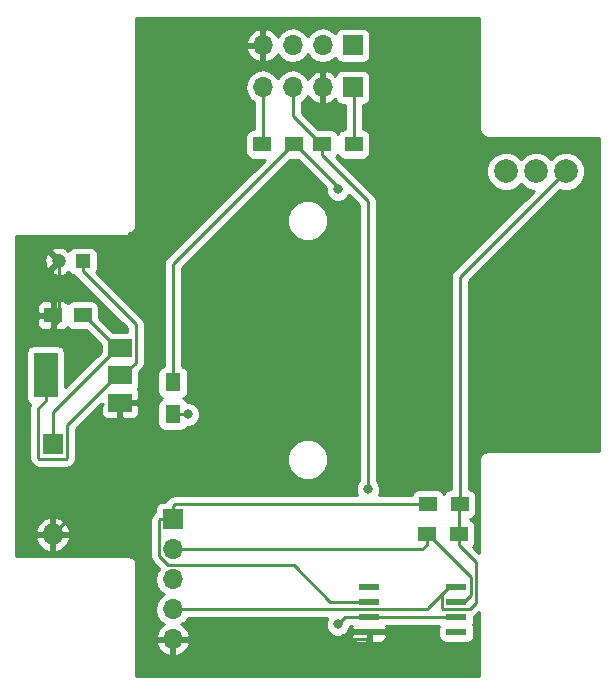
<source format=gbr>
G04 #@! TF.GenerationSoftware,KiCad,Pcbnew,(2018-01-18 revision 959767c09)-makepkg*
G04 #@! TF.CreationDate,2018-01-30T22:09:32+01:00*
G04 #@! TF.ProjectId,SensorPCB_V1.1,53656E736F725043425F56312E312E6B,rev?*
G04 #@! TF.SameCoordinates,Original*
G04 #@! TF.FileFunction,Copper,L1,Top,Signal*
G04 #@! TF.FilePolarity,Positive*
%FSLAX46Y46*%
G04 Gerber Fmt 4.6, Leading zero omitted, Abs format (unit mm)*
G04 Created by KiCad (PCBNEW (2018-01-18 revision 959767c09)-makepkg) date 01/30/18 22:09:32*
%MOMM*%
%LPD*%
G01*
G04 APERTURE LIST*
%ADD10R,1.700000X1.700000*%
%ADD11O,1.700000X1.700000*%
%ADD12C,1.998980*%
%ADD13O,1.800000X1.800000*%
%ADD14R,1.800000X1.800000*%
%ADD15R,1.500000X1.250000*%
%ADD16C,1.200000*%
%ADD17R,1.200000X1.200000*%
%ADD18R,1.750000X0.550000*%
%ADD19R,1.500000X1.300000*%
%ADD20R,1.300000X1.500000*%
%ADD21R,2.000000X1.500000*%
%ADD22R,2.000000X3.800000*%
%ADD23C,0.800000*%
%ADD24C,0.250000*%
%ADD25C,0.254000*%
G04 APERTURE END LIST*
D10*
X41910000Y-19304000D03*
D11*
X39370000Y-19304000D03*
X36830000Y-19304000D03*
X34290000Y-19304000D03*
X34290000Y-15748000D03*
X36830000Y-15748000D03*
X39370000Y-15748000D03*
D10*
X41910000Y-15748000D03*
D12*
X57404000Y-26416000D03*
X54864000Y-26416000D03*
X59944000Y-26416000D03*
D13*
X16510000Y-57150000D03*
D14*
X16510000Y-49530000D03*
D15*
X16530000Y-38608000D03*
X19030000Y-38608000D03*
D16*
X17050000Y-34036000D03*
D17*
X19050000Y-34036000D03*
D18*
X50690000Y-61595000D03*
X50690000Y-62865000D03*
X50690000Y-64135000D03*
X50690000Y-65405000D03*
X43290000Y-65405000D03*
X43290000Y-64135000D03*
X43290000Y-62865000D03*
X43290000Y-61595000D03*
D11*
X26670000Y-66040000D03*
X26670000Y-63500000D03*
X26670000Y-60960000D03*
X26670000Y-58420000D03*
D10*
X26670000Y-55880000D03*
D19*
X48180000Y-57150000D03*
X50880000Y-57150000D03*
X50960000Y-54610000D03*
X48260000Y-54610000D03*
X39290000Y-24130000D03*
X41990000Y-24130000D03*
X36910000Y-24130000D03*
X34210000Y-24130000D03*
D20*
X26670000Y-46990000D03*
X26670000Y-44290000D03*
D21*
X22200000Y-45988000D03*
X22200000Y-41388000D03*
X22200000Y-43688000D03*
D22*
X15900000Y-43688000D03*
D23*
X40640000Y-27940000D03*
X27940000Y-46990000D03*
X40640000Y-64770000D03*
X43180000Y-53340000D03*
D24*
X22200000Y-43688000D02*
X21950000Y-43688000D01*
X21950000Y-43688000D02*
X17735001Y-47902999D01*
X15284999Y-50690001D02*
X15284999Y-46453001D01*
X17735001Y-47902999D02*
X17735001Y-50690001D01*
X17735001Y-50690001D02*
X17670001Y-50755001D01*
X17670001Y-50755001D02*
X15349999Y-50755001D01*
X15349999Y-50755001D02*
X15284999Y-50690001D01*
X15284999Y-46453001D02*
X15900000Y-45838000D01*
X15900000Y-45838000D02*
X15900000Y-43688000D01*
X19050000Y-34036000D02*
X19050000Y-34886000D01*
X19050000Y-34886000D02*
X23525001Y-39361001D01*
X23525001Y-39361001D02*
X23525001Y-42612999D01*
X23525001Y-42612999D02*
X22450000Y-43688000D01*
X22450000Y-43688000D02*
X22200000Y-43688000D01*
X16510000Y-49530000D02*
X16510000Y-46828000D01*
X16510000Y-46828000D02*
X21950000Y-41388000D01*
X21950000Y-41388000D02*
X22200000Y-41388000D01*
X22200000Y-41388000D02*
X21935000Y-41388000D01*
X21935000Y-41388000D02*
X19155000Y-38608000D01*
X19155000Y-38608000D02*
X19030000Y-38608000D01*
X50960000Y-54610000D02*
X50960000Y-35400000D01*
X50960000Y-35400000D02*
X59944000Y-26416000D01*
X50880000Y-57150000D02*
X50880000Y-54690000D01*
X50880000Y-54690000D02*
X50960000Y-54610000D01*
X50690000Y-61595000D02*
X50090000Y-61595000D01*
X52340011Y-62949991D02*
X52340011Y-59510011D01*
X50090000Y-61595000D02*
X49489999Y-62195001D01*
X49489999Y-62195001D02*
X49489999Y-63400001D01*
X49554999Y-63465001D02*
X51825001Y-63465001D01*
X49489999Y-63400001D02*
X49554999Y-63465001D01*
X51825001Y-63465001D02*
X52340011Y-62949991D01*
X52340011Y-59510011D02*
X50880000Y-58050000D01*
X50880000Y-58050000D02*
X50880000Y-57150000D01*
X48260000Y-63500000D02*
X48260000Y-63425000D01*
X48260000Y-63425000D02*
X50090000Y-61595000D01*
X26670000Y-63500000D02*
X48260000Y-63500000D01*
X16530000Y-39483000D02*
X17050000Y-38963000D01*
X17050000Y-38963000D02*
X17050000Y-34036000D01*
X16530000Y-39483000D02*
X16530000Y-38608000D01*
X16510000Y-57150000D02*
X22200000Y-51460000D01*
X22200000Y-51460000D02*
X22200000Y-45988000D01*
X26670000Y-66040000D02*
X43180000Y-66040000D01*
X43180000Y-66040000D02*
X43290000Y-65930000D01*
X43290000Y-65930000D02*
X43290000Y-65405000D01*
X34290000Y-19304000D02*
X34290000Y-24050000D01*
X34290000Y-24050000D02*
X34210000Y-24130000D01*
X37010000Y-24130000D02*
X40640000Y-27760000D01*
X36910000Y-24130000D02*
X37010000Y-24130000D01*
X40640000Y-27760000D02*
X40640000Y-27940000D01*
X26670000Y-44290000D02*
X26670000Y-34270000D01*
X26670000Y-34270000D02*
X36810000Y-24130000D01*
X36810000Y-24130000D02*
X36910000Y-24130000D01*
X41990000Y-24130000D02*
X41990000Y-19384000D01*
X41990000Y-19384000D02*
X41910000Y-19304000D01*
X26670000Y-58420000D02*
X47810000Y-58420000D01*
X47810000Y-58420000D02*
X48180000Y-58050000D01*
X48180000Y-58050000D02*
X48180000Y-57150000D01*
X50690000Y-62865000D02*
X51290000Y-62865000D01*
X51290000Y-62865000D02*
X51890001Y-62264999D01*
X51890001Y-62264999D02*
X51890001Y-60760001D01*
X51890001Y-60760001D02*
X48280000Y-57150000D01*
X48280000Y-57150000D02*
X48180000Y-57150000D01*
X48260000Y-54610000D02*
X26840000Y-54610000D01*
X26840000Y-54610000D02*
X26670000Y-54780000D01*
X26670000Y-54780000D02*
X26670000Y-55880000D01*
X26670000Y-55880000D02*
X25570000Y-55880000D01*
X25570000Y-55880000D02*
X25494999Y-55955001D01*
X25494999Y-55955001D02*
X25494999Y-58984001D01*
X25494999Y-58984001D02*
X26295997Y-59784999D01*
X26295997Y-59784999D02*
X36924999Y-59784999D01*
X36924999Y-59784999D02*
X40005000Y-62865000D01*
X40005000Y-62865000D02*
X42165000Y-62865000D01*
X42165000Y-62865000D02*
X43290000Y-62865000D01*
X27940000Y-46990000D02*
X26670000Y-46990000D01*
X40640000Y-64770000D02*
X41275000Y-64135000D01*
X41275000Y-64135000D02*
X43290000Y-64135000D01*
X43180000Y-28920000D02*
X43180000Y-53340000D01*
X39290000Y-24130000D02*
X39290000Y-25030000D01*
X39290000Y-25030000D02*
X43180000Y-28920000D01*
X36830000Y-19304000D02*
X36830000Y-21770000D01*
X36830000Y-21770000D02*
X39190000Y-24130000D01*
X39190000Y-24130000D02*
X39290000Y-24130000D01*
X50690000Y-64135000D02*
X50090000Y-64135000D01*
X50090000Y-64135000D02*
X43290000Y-64135000D01*
D25*
G36*
X52630000Y-22860000D02*
X52684046Y-23131705D01*
X52837954Y-23362046D01*
X53068295Y-23515954D01*
X53340000Y-23570000D01*
X62790000Y-23570000D01*
X62790000Y-50090000D01*
X53340000Y-50090000D01*
X53068295Y-50144046D01*
X52837954Y-50297954D01*
X52684046Y-50528295D01*
X52630000Y-50800000D01*
X52630000Y-58725198D01*
X52117771Y-58212969D01*
X52228157Y-58047765D01*
X52277440Y-57800000D01*
X52277440Y-56500000D01*
X52228157Y-56252235D01*
X52087809Y-56042191D01*
X51877765Y-55901843D01*
X51807952Y-55887956D01*
X51957765Y-55858157D01*
X52167809Y-55717809D01*
X52308157Y-55507765D01*
X52357440Y-55260000D01*
X52357440Y-53960000D01*
X52308157Y-53712235D01*
X52167809Y-53502191D01*
X51957765Y-53361843D01*
X51720000Y-53314549D01*
X51720000Y-35714802D01*
X59452917Y-27981885D01*
X59617453Y-28050206D01*
X60267694Y-28050774D01*
X60868655Y-27802462D01*
X61328846Y-27343073D01*
X61578206Y-26742547D01*
X61578774Y-26092306D01*
X61330462Y-25491345D01*
X60871073Y-25031154D01*
X60270547Y-24781794D01*
X59620306Y-24781226D01*
X59019345Y-25029538D01*
X58673801Y-25374480D01*
X58331073Y-25031154D01*
X57730547Y-24781794D01*
X57080306Y-24781226D01*
X56479345Y-25029538D01*
X56133801Y-25374480D01*
X55791073Y-25031154D01*
X55190547Y-24781794D01*
X54540306Y-24781226D01*
X53939345Y-25029538D01*
X53479154Y-25488927D01*
X53229794Y-26089453D01*
X53229226Y-26739694D01*
X53477538Y-27340655D01*
X53936927Y-27800846D01*
X54537453Y-28050206D01*
X55187694Y-28050774D01*
X55788655Y-27802462D01*
X56134199Y-27457520D01*
X56476927Y-27800846D01*
X57077453Y-28050206D01*
X57234855Y-28050343D01*
X50422599Y-34862599D01*
X50257852Y-35109161D01*
X50200000Y-35400000D01*
X50200000Y-53314549D01*
X49962235Y-53361843D01*
X49752191Y-53502191D01*
X49611843Y-53712235D01*
X49610000Y-53721500D01*
X49608157Y-53712235D01*
X49467809Y-53502191D01*
X49257765Y-53361843D01*
X49010000Y-53312560D01*
X47510000Y-53312560D01*
X47262235Y-53361843D01*
X47052191Y-53502191D01*
X46911843Y-53712235D01*
X46884440Y-53850000D01*
X44088911Y-53850000D01*
X44214820Y-53546777D01*
X44215179Y-53135029D01*
X44057942Y-52754485D01*
X43940000Y-52636337D01*
X43940000Y-28920000D01*
X43882148Y-28629161D01*
X43717401Y-28382599D01*
X40527771Y-25192969D01*
X40638157Y-25027765D01*
X40640000Y-25018500D01*
X40641843Y-25027765D01*
X40782191Y-25237809D01*
X40992235Y-25378157D01*
X41240000Y-25427440D01*
X42740000Y-25427440D01*
X42987765Y-25378157D01*
X43197809Y-25237809D01*
X43338157Y-25027765D01*
X43387440Y-24780000D01*
X43387440Y-23480000D01*
X43338157Y-23232235D01*
X43197809Y-23022191D01*
X42987765Y-22881843D01*
X42750000Y-22834549D01*
X42750000Y-20801440D01*
X42760000Y-20801440D01*
X43007765Y-20752157D01*
X43217809Y-20611809D01*
X43358157Y-20401765D01*
X43407440Y-20154000D01*
X43407440Y-18454000D01*
X43358157Y-18206235D01*
X43217809Y-17996191D01*
X43007765Y-17855843D01*
X42760000Y-17806560D01*
X41060000Y-17806560D01*
X40812235Y-17855843D01*
X40602191Y-17996191D01*
X40461843Y-18206235D01*
X40441261Y-18309708D01*
X40136924Y-18032355D01*
X39726890Y-17862524D01*
X39497000Y-17983845D01*
X39497000Y-19177000D01*
X39517000Y-19177000D01*
X39517000Y-19431000D01*
X39497000Y-19431000D01*
X39497000Y-20624155D01*
X39726890Y-20745476D01*
X40136924Y-20575645D01*
X40441261Y-20298292D01*
X40461843Y-20401765D01*
X40602191Y-20611809D01*
X40812235Y-20752157D01*
X41060000Y-20801440D01*
X41230000Y-20801440D01*
X41230000Y-22834549D01*
X40992235Y-22881843D01*
X40782191Y-23022191D01*
X40641843Y-23232235D01*
X40640000Y-23241500D01*
X40638157Y-23232235D01*
X40497809Y-23022191D01*
X40287765Y-22881843D01*
X40040000Y-22832560D01*
X38967362Y-22832560D01*
X37590000Y-21455198D01*
X37590000Y-20576954D01*
X37880054Y-20383147D01*
X38107702Y-20042447D01*
X38174817Y-20185358D01*
X38603076Y-20575645D01*
X39013110Y-20745476D01*
X39243000Y-20624155D01*
X39243000Y-19431000D01*
X39223000Y-19431000D01*
X39223000Y-19177000D01*
X39243000Y-19177000D01*
X39243000Y-17983845D01*
X39013110Y-17862524D01*
X38603076Y-18032355D01*
X38174817Y-18422642D01*
X38107702Y-18565553D01*
X37880054Y-18224853D01*
X37398285Y-17902946D01*
X36830000Y-17789907D01*
X36261715Y-17902946D01*
X35779946Y-18224853D01*
X35560000Y-18554026D01*
X35340054Y-18224853D01*
X34858285Y-17902946D01*
X34290000Y-17789907D01*
X33721715Y-17902946D01*
X33239946Y-18224853D01*
X32918039Y-18706622D01*
X32805000Y-19274907D01*
X32805000Y-19333093D01*
X32918039Y-19901378D01*
X33239946Y-20383147D01*
X33530000Y-20576954D01*
X33530000Y-22832560D01*
X33460000Y-22832560D01*
X33212235Y-22881843D01*
X33002191Y-23022191D01*
X32861843Y-23232235D01*
X32812560Y-23480000D01*
X32812560Y-24780000D01*
X32861843Y-25027765D01*
X33002191Y-25237809D01*
X33212235Y-25378157D01*
X33460000Y-25427440D01*
X34437758Y-25427440D01*
X26132599Y-33732599D01*
X25967852Y-33979161D01*
X25910000Y-34270000D01*
X25910000Y-42914440D01*
X25772235Y-42941843D01*
X25562191Y-43082191D01*
X25421843Y-43292235D01*
X25372560Y-43540000D01*
X25372560Y-45040000D01*
X25421843Y-45287765D01*
X25562191Y-45497809D01*
X25772235Y-45638157D01*
X25781500Y-45640000D01*
X25772235Y-45641843D01*
X25562191Y-45782191D01*
X25421843Y-45992235D01*
X25372560Y-46240000D01*
X25372560Y-47740000D01*
X25421843Y-47987765D01*
X25562191Y-48197809D01*
X25772235Y-48338157D01*
X26020000Y-48387440D01*
X27320000Y-48387440D01*
X27567765Y-48338157D01*
X27777809Y-48197809D01*
X27893304Y-48024960D01*
X28144971Y-48025179D01*
X28525515Y-47867942D01*
X28816919Y-47577046D01*
X28974820Y-47196777D01*
X28975179Y-46785029D01*
X28817942Y-46404485D01*
X28527046Y-46113081D01*
X28146777Y-45955180D01*
X27893250Y-45954959D01*
X27777809Y-45782191D01*
X27567765Y-45641843D01*
X27558500Y-45640000D01*
X27567765Y-45638157D01*
X27777809Y-45497809D01*
X27918157Y-45287765D01*
X27967440Y-45040000D01*
X27967440Y-43540000D01*
X27918157Y-43292235D01*
X27777809Y-43082191D01*
X27567765Y-42941843D01*
X27430000Y-42914440D01*
X27430000Y-34584802D01*
X31083203Y-30931599D01*
X36364699Y-30931599D01*
X36628281Y-31569515D01*
X37115918Y-32058004D01*
X37753373Y-32322699D01*
X38443599Y-32323301D01*
X39081515Y-32059719D01*
X39570004Y-31572082D01*
X39834699Y-30934627D01*
X39835301Y-30244401D01*
X39571719Y-29606485D01*
X39084082Y-29117996D01*
X38446627Y-28853301D01*
X37756401Y-28852699D01*
X37118485Y-29116281D01*
X36629996Y-29603918D01*
X36365301Y-30241373D01*
X36364699Y-30931599D01*
X31083203Y-30931599D01*
X36587362Y-25427440D01*
X37232638Y-25427440D01*
X39605122Y-27799924D01*
X39604821Y-28144971D01*
X39762058Y-28525515D01*
X40052954Y-28816919D01*
X40433223Y-28974820D01*
X40844971Y-28975179D01*
X41225515Y-28817942D01*
X41516919Y-28527046D01*
X41574228Y-28389030D01*
X42420000Y-29234802D01*
X42420000Y-52636239D01*
X42303081Y-52752954D01*
X42145180Y-53133223D01*
X42144821Y-53544971D01*
X42270856Y-53850000D01*
X26840000Y-53850000D01*
X26549160Y-53907852D01*
X26302599Y-54072599D01*
X26132599Y-54242599D01*
X26039080Y-54382560D01*
X25820000Y-54382560D01*
X25572235Y-54431843D01*
X25362191Y-54572191D01*
X25221843Y-54782235D01*
X25172560Y-55030000D01*
X25172560Y-55249080D01*
X25032599Y-55342599D01*
X24957598Y-55417600D01*
X24792851Y-55664162D01*
X24734999Y-55955001D01*
X24734999Y-58984001D01*
X24792851Y-59274840D01*
X24957598Y-59521402D01*
X25492836Y-60056640D01*
X25268946Y-60391715D01*
X25155907Y-60960000D01*
X25268946Y-61528285D01*
X25590853Y-62010054D01*
X25920026Y-62230000D01*
X25590853Y-62449946D01*
X25268946Y-62931715D01*
X25155907Y-63500000D01*
X25268946Y-64068285D01*
X25590853Y-64550054D01*
X25931553Y-64777702D01*
X25788642Y-64844817D01*
X25398355Y-65273076D01*
X25228524Y-65683110D01*
X25349845Y-65913000D01*
X26543000Y-65913000D01*
X26543000Y-65893000D01*
X26797000Y-65893000D01*
X26797000Y-65913000D01*
X27990155Y-65913000D01*
X28111476Y-65683110D01*
X27941645Y-65273076D01*
X27551358Y-64844817D01*
X27408447Y-64777702D01*
X27749147Y-64550054D01*
X27942954Y-64260000D01*
X39731089Y-64260000D01*
X39605180Y-64563223D01*
X39604821Y-64974971D01*
X39762058Y-65355515D01*
X40052954Y-65646919D01*
X40433223Y-65804820D01*
X40844971Y-65805179D01*
X41121911Y-65690750D01*
X41780000Y-65690750D01*
X41780000Y-65806310D01*
X41876673Y-66039699D01*
X42055302Y-66218327D01*
X42288691Y-66315000D01*
X43004250Y-66315000D01*
X43163000Y-66156250D01*
X43163000Y-65532000D01*
X43417000Y-65532000D01*
X43417000Y-66156250D01*
X43575750Y-66315000D01*
X44291309Y-66315000D01*
X44524698Y-66218327D01*
X44703327Y-66039699D01*
X44800000Y-65806310D01*
X44800000Y-65690750D01*
X44641250Y-65532000D01*
X43417000Y-65532000D01*
X43163000Y-65532000D01*
X41938750Y-65532000D01*
X41780000Y-65690750D01*
X41121911Y-65690750D01*
X41225515Y-65647942D01*
X41516919Y-65357046D01*
X41674820Y-64976777D01*
X41674891Y-64895000D01*
X41825021Y-64895000D01*
X41780000Y-65003690D01*
X41780000Y-65119250D01*
X41938750Y-65278000D01*
X43163000Y-65278000D01*
X43163000Y-65258000D01*
X43417000Y-65258000D01*
X43417000Y-65278000D01*
X44641250Y-65278000D01*
X44800000Y-65119250D01*
X44800000Y-65003690D01*
X44754979Y-64895000D01*
X49214304Y-64895000D01*
X49167560Y-65130000D01*
X49167560Y-65680000D01*
X49216843Y-65927765D01*
X49357191Y-66137809D01*
X49567235Y-66278157D01*
X49815000Y-66327440D01*
X51565000Y-66327440D01*
X51812765Y-66278157D01*
X52022809Y-66137809D01*
X52163157Y-65927765D01*
X52212440Y-65680000D01*
X52212440Y-65130000D01*
X52163157Y-64882235D01*
X52088163Y-64770000D01*
X52163157Y-64657765D01*
X52212440Y-64410000D01*
X52212440Y-64102603D01*
X52362402Y-64002402D01*
X52630000Y-63734804D01*
X52630000Y-69140000D01*
X23570000Y-69140000D01*
X23570000Y-66396890D01*
X25228524Y-66396890D01*
X25398355Y-66806924D01*
X25788642Y-67235183D01*
X26313108Y-67481486D01*
X26543000Y-67360819D01*
X26543000Y-66167000D01*
X26797000Y-66167000D01*
X26797000Y-67360819D01*
X27026892Y-67481486D01*
X27551358Y-67235183D01*
X27941645Y-66806924D01*
X28111476Y-66396890D01*
X27990155Y-66167000D01*
X26797000Y-66167000D01*
X26543000Y-66167000D01*
X25349845Y-66167000D01*
X25228524Y-66396890D01*
X23570000Y-66396890D01*
X23570000Y-59690000D01*
X23515954Y-59418295D01*
X23362046Y-59187954D01*
X23131705Y-59034046D01*
X22860000Y-58980000D01*
X13410000Y-58980000D01*
X13410000Y-57514742D01*
X15018954Y-57514742D01*
X15272034Y-58057576D01*
X15713583Y-58462240D01*
X16145260Y-58641036D01*
X16383000Y-58520378D01*
X16383000Y-57277000D01*
X16637000Y-57277000D01*
X16637000Y-58520378D01*
X16874740Y-58641036D01*
X17306417Y-58462240D01*
X17747966Y-58057576D01*
X18001046Y-57514742D01*
X17880997Y-57277000D01*
X16637000Y-57277000D01*
X16383000Y-57277000D01*
X15139003Y-57277000D01*
X15018954Y-57514742D01*
X13410000Y-57514742D01*
X13410000Y-56785258D01*
X15018954Y-56785258D01*
X15139003Y-57023000D01*
X16383000Y-57023000D01*
X16383000Y-55779622D01*
X16637000Y-55779622D01*
X16637000Y-57023000D01*
X17880997Y-57023000D01*
X18001046Y-56785258D01*
X17747966Y-56242424D01*
X17306417Y-55837760D01*
X16874740Y-55658964D01*
X16637000Y-55779622D01*
X16383000Y-55779622D01*
X16145260Y-55658964D01*
X15713583Y-55837760D01*
X15272034Y-56242424D01*
X15018954Y-56785258D01*
X13410000Y-56785258D01*
X13410000Y-41788000D01*
X14252560Y-41788000D01*
X14252560Y-45588000D01*
X14301843Y-45835765D01*
X14442191Y-46045809D01*
X14593183Y-46146699D01*
X14582851Y-46162162D01*
X14524999Y-46453001D01*
X14524999Y-50690001D01*
X14582851Y-50980840D01*
X14747598Y-51227402D01*
X14812598Y-51292402D01*
X15059160Y-51457149D01*
X15349999Y-51515001D01*
X17670001Y-51515001D01*
X17960840Y-51457149D01*
X18207402Y-51292402D01*
X18272402Y-51227402D01*
X18328397Y-51143599D01*
X36364699Y-51143599D01*
X36628281Y-51781515D01*
X37115918Y-52270004D01*
X37753373Y-52534699D01*
X38443599Y-52535301D01*
X39081515Y-52271719D01*
X39570004Y-51784082D01*
X39834699Y-51146627D01*
X39835301Y-50456401D01*
X39571719Y-49818485D01*
X39084082Y-49329996D01*
X38446627Y-49065301D01*
X37756401Y-49064699D01*
X37118485Y-49328281D01*
X36629996Y-49815918D01*
X36365301Y-50453373D01*
X36364699Y-51143599D01*
X18328397Y-51143599D01*
X18437149Y-50980840D01*
X18495001Y-50690001D01*
X18495001Y-48217801D01*
X20597800Y-46115002D01*
X20723748Y-46115002D01*
X20565000Y-46273750D01*
X20565000Y-46864310D01*
X20661673Y-47097699D01*
X20840302Y-47276327D01*
X21073691Y-47373000D01*
X21914250Y-47373000D01*
X22073000Y-47214250D01*
X22073000Y-46115000D01*
X22327000Y-46115000D01*
X22327000Y-47214250D01*
X22485750Y-47373000D01*
X23326309Y-47373000D01*
X23559698Y-47276327D01*
X23738327Y-47097699D01*
X23835000Y-46864310D01*
X23835000Y-46273750D01*
X23676250Y-46115000D01*
X22327000Y-46115000D01*
X22073000Y-46115000D01*
X22053000Y-46115000D01*
X22053000Y-45861000D01*
X22073000Y-45861000D01*
X22073000Y-45841000D01*
X22327000Y-45841000D01*
X22327000Y-45861000D01*
X23676250Y-45861000D01*
X23835000Y-45702250D01*
X23835000Y-45111690D01*
X23738327Y-44878301D01*
X23697073Y-44837047D01*
X23798157Y-44685765D01*
X23847440Y-44438000D01*
X23847440Y-43365362D01*
X24062402Y-43150400D01*
X24227149Y-42903838D01*
X24285001Y-42612999D01*
X24285001Y-39361001D01*
X24227149Y-39070162D01*
X24062402Y-38823600D01*
X20197852Y-34959050D01*
X20248157Y-34883765D01*
X20297440Y-34636000D01*
X20297440Y-33436000D01*
X20248157Y-33188235D01*
X20107809Y-32978191D01*
X19897765Y-32837843D01*
X19650000Y-32788560D01*
X18450000Y-32788560D01*
X18202235Y-32837843D01*
X17992191Y-32978191D01*
X17902970Y-33111718D01*
X17848822Y-33057570D01*
X17733129Y-33173263D01*
X17683617Y-32947836D01*
X17218964Y-32788193D01*
X16728587Y-32818518D01*
X16416383Y-32947836D01*
X16366870Y-33173265D01*
X17050000Y-33856395D01*
X17064143Y-33842253D01*
X17243748Y-34021858D01*
X17229605Y-34036000D01*
X17243748Y-34050143D01*
X17064143Y-34229748D01*
X17050000Y-34215605D01*
X16366870Y-34898735D01*
X16416383Y-35124164D01*
X16881036Y-35283807D01*
X17371413Y-35253482D01*
X17683617Y-35124164D01*
X17733129Y-34898737D01*
X17848822Y-35014430D01*
X17902970Y-34960282D01*
X17992191Y-35093809D01*
X18202235Y-35234157D01*
X18414341Y-35276347D01*
X18512599Y-35423401D01*
X22765001Y-39675803D01*
X22765001Y-39990560D01*
X21612362Y-39990560D01*
X20427440Y-38805638D01*
X20427440Y-37983000D01*
X20378157Y-37735235D01*
X20237809Y-37525191D01*
X20027765Y-37384843D01*
X19780000Y-37335560D01*
X18280000Y-37335560D01*
X18032235Y-37384843D01*
X17822191Y-37525191D01*
X17781346Y-37586320D01*
X17639698Y-37444673D01*
X17406309Y-37348000D01*
X16815750Y-37348000D01*
X16657000Y-37506750D01*
X16657000Y-38481000D01*
X16677000Y-38481000D01*
X16677000Y-38735000D01*
X16657000Y-38735000D01*
X16657000Y-39709250D01*
X16815750Y-39868000D01*
X17406309Y-39868000D01*
X17639698Y-39771327D01*
X17781346Y-39629680D01*
X17822191Y-39690809D01*
X18032235Y-39831157D01*
X18280000Y-39880440D01*
X19352638Y-39880440D01*
X20552560Y-41080362D01*
X20552560Y-41710638D01*
X17547440Y-44715758D01*
X17547440Y-41788000D01*
X17498157Y-41540235D01*
X17357809Y-41330191D01*
X17147765Y-41189843D01*
X16900000Y-41140560D01*
X14900000Y-41140560D01*
X14652235Y-41189843D01*
X14442191Y-41330191D01*
X14301843Y-41540235D01*
X14252560Y-41788000D01*
X13410000Y-41788000D01*
X13410000Y-38893750D01*
X15145000Y-38893750D01*
X15145000Y-39359310D01*
X15241673Y-39592699D01*
X15420302Y-39771327D01*
X15653691Y-39868000D01*
X16244250Y-39868000D01*
X16403000Y-39709250D01*
X16403000Y-38735000D01*
X15303750Y-38735000D01*
X15145000Y-38893750D01*
X13410000Y-38893750D01*
X13410000Y-37856690D01*
X15145000Y-37856690D01*
X15145000Y-38322250D01*
X15303750Y-38481000D01*
X16403000Y-38481000D01*
X16403000Y-37506750D01*
X16244250Y-37348000D01*
X15653691Y-37348000D01*
X15420302Y-37444673D01*
X15241673Y-37623301D01*
X15145000Y-37856690D01*
X13410000Y-37856690D01*
X13410000Y-33867036D01*
X15802193Y-33867036D01*
X15832518Y-34357413D01*
X15961836Y-34669617D01*
X16187265Y-34719130D01*
X16870395Y-34036000D01*
X16187265Y-33352870D01*
X15961836Y-33402383D01*
X15802193Y-33867036D01*
X13410000Y-33867036D01*
X13410000Y-31877000D01*
X22860000Y-31877000D01*
X22908601Y-31867333D01*
X22949803Y-31839803D01*
X22977333Y-31798601D01*
X22987000Y-31750000D01*
X22987000Y-31672738D01*
X23131705Y-31643954D01*
X23362046Y-31490046D01*
X23515954Y-31259705D01*
X23570000Y-30988000D01*
X23570000Y-16104892D01*
X32848514Y-16104892D01*
X33094817Y-16629358D01*
X33523076Y-17019645D01*
X33933110Y-17189476D01*
X34163000Y-17068155D01*
X34163000Y-15875000D01*
X32969181Y-15875000D01*
X32848514Y-16104892D01*
X23570000Y-16104892D01*
X23570000Y-15391108D01*
X32848514Y-15391108D01*
X32969181Y-15621000D01*
X34163000Y-15621000D01*
X34163000Y-14427845D01*
X34417000Y-14427845D01*
X34417000Y-15621000D01*
X34437000Y-15621000D01*
X34437000Y-15875000D01*
X34417000Y-15875000D01*
X34417000Y-17068155D01*
X34646890Y-17189476D01*
X35056924Y-17019645D01*
X35485183Y-16629358D01*
X35552298Y-16486447D01*
X35779946Y-16827147D01*
X36261715Y-17149054D01*
X36830000Y-17262093D01*
X37398285Y-17149054D01*
X37880054Y-16827147D01*
X38100000Y-16497974D01*
X38319946Y-16827147D01*
X38801715Y-17149054D01*
X39370000Y-17262093D01*
X39938285Y-17149054D01*
X40420054Y-16827147D01*
X40449403Y-16783223D01*
X40461843Y-16845765D01*
X40602191Y-17055809D01*
X40812235Y-17196157D01*
X41060000Y-17245440D01*
X42760000Y-17245440D01*
X43007765Y-17196157D01*
X43217809Y-17055809D01*
X43358157Y-16845765D01*
X43407440Y-16598000D01*
X43407440Y-14898000D01*
X43358157Y-14650235D01*
X43217809Y-14440191D01*
X43007765Y-14299843D01*
X42760000Y-14250560D01*
X41060000Y-14250560D01*
X40812235Y-14299843D01*
X40602191Y-14440191D01*
X40461843Y-14650235D01*
X40449403Y-14712777D01*
X40420054Y-14668853D01*
X39938285Y-14346946D01*
X39370000Y-14233907D01*
X38801715Y-14346946D01*
X38319946Y-14668853D01*
X38100000Y-14998026D01*
X37880054Y-14668853D01*
X37398285Y-14346946D01*
X36830000Y-14233907D01*
X36261715Y-14346946D01*
X35779946Y-14668853D01*
X35552298Y-15009553D01*
X35485183Y-14866642D01*
X35056924Y-14476355D01*
X34646890Y-14306524D01*
X34417000Y-14427845D01*
X34163000Y-14427845D01*
X33933110Y-14306524D01*
X33523076Y-14476355D01*
X33094817Y-14866642D01*
X32848514Y-15391108D01*
X23570000Y-15391108D01*
X23570000Y-13410000D01*
X52630000Y-13410000D01*
X52630000Y-22860000D01*
X52630000Y-22860000D01*
G37*
X52630000Y-22860000D02*
X52684046Y-23131705D01*
X52837954Y-23362046D01*
X53068295Y-23515954D01*
X53340000Y-23570000D01*
X62790000Y-23570000D01*
X62790000Y-50090000D01*
X53340000Y-50090000D01*
X53068295Y-50144046D01*
X52837954Y-50297954D01*
X52684046Y-50528295D01*
X52630000Y-50800000D01*
X52630000Y-58725198D01*
X52117771Y-58212969D01*
X52228157Y-58047765D01*
X52277440Y-57800000D01*
X52277440Y-56500000D01*
X52228157Y-56252235D01*
X52087809Y-56042191D01*
X51877765Y-55901843D01*
X51807952Y-55887956D01*
X51957765Y-55858157D01*
X52167809Y-55717809D01*
X52308157Y-55507765D01*
X52357440Y-55260000D01*
X52357440Y-53960000D01*
X52308157Y-53712235D01*
X52167809Y-53502191D01*
X51957765Y-53361843D01*
X51720000Y-53314549D01*
X51720000Y-35714802D01*
X59452917Y-27981885D01*
X59617453Y-28050206D01*
X60267694Y-28050774D01*
X60868655Y-27802462D01*
X61328846Y-27343073D01*
X61578206Y-26742547D01*
X61578774Y-26092306D01*
X61330462Y-25491345D01*
X60871073Y-25031154D01*
X60270547Y-24781794D01*
X59620306Y-24781226D01*
X59019345Y-25029538D01*
X58673801Y-25374480D01*
X58331073Y-25031154D01*
X57730547Y-24781794D01*
X57080306Y-24781226D01*
X56479345Y-25029538D01*
X56133801Y-25374480D01*
X55791073Y-25031154D01*
X55190547Y-24781794D01*
X54540306Y-24781226D01*
X53939345Y-25029538D01*
X53479154Y-25488927D01*
X53229794Y-26089453D01*
X53229226Y-26739694D01*
X53477538Y-27340655D01*
X53936927Y-27800846D01*
X54537453Y-28050206D01*
X55187694Y-28050774D01*
X55788655Y-27802462D01*
X56134199Y-27457520D01*
X56476927Y-27800846D01*
X57077453Y-28050206D01*
X57234855Y-28050343D01*
X50422599Y-34862599D01*
X50257852Y-35109161D01*
X50200000Y-35400000D01*
X50200000Y-53314549D01*
X49962235Y-53361843D01*
X49752191Y-53502191D01*
X49611843Y-53712235D01*
X49610000Y-53721500D01*
X49608157Y-53712235D01*
X49467809Y-53502191D01*
X49257765Y-53361843D01*
X49010000Y-53312560D01*
X47510000Y-53312560D01*
X47262235Y-53361843D01*
X47052191Y-53502191D01*
X46911843Y-53712235D01*
X46884440Y-53850000D01*
X44088911Y-53850000D01*
X44214820Y-53546777D01*
X44215179Y-53135029D01*
X44057942Y-52754485D01*
X43940000Y-52636337D01*
X43940000Y-28920000D01*
X43882148Y-28629161D01*
X43717401Y-28382599D01*
X40527771Y-25192969D01*
X40638157Y-25027765D01*
X40640000Y-25018500D01*
X40641843Y-25027765D01*
X40782191Y-25237809D01*
X40992235Y-25378157D01*
X41240000Y-25427440D01*
X42740000Y-25427440D01*
X42987765Y-25378157D01*
X43197809Y-25237809D01*
X43338157Y-25027765D01*
X43387440Y-24780000D01*
X43387440Y-23480000D01*
X43338157Y-23232235D01*
X43197809Y-23022191D01*
X42987765Y-22881843D01*
X42750000Y-22834549D01*
X42750000Y-20801440D01*
X42760000Y-20801440D01*
X43007765Y-20752157D01*
X43217809Y-20611809D01*
X43358157Y-20401765D01*
X43407440Y-20154000D01*
X43407440Y-18454000D01*
X43358157Y-18206235D01*
X43217809Y-17996191D01*
X43007765Y-17855843D01*
X42760000Y-17806560D01*
X41060000Y-17806560D01*
X40812235Y-17855843D01*
X40602191Y-17996191D01*
X40461843Y-18206235D01*
X40441261Y-18309708D01*
X40136924Y-18032355D01*
X39726890Y-17862524D01*
X39497000Y-17983845D01*
X39497000Y-19177000D01*
X39517000Y-19177000D01*
X39517000Y-19431000D01*
X39497000Y-19431000D01*
X39497000Y-20624155D01*
X39726890Y-20745476D01*
X40136924Y-20575645D01*
X40441261Y-20298292D01*
X40461843Y-20401765D01*
X40602191Y-20611809D01*
X40812235Y-20752157D01*
X41060000Y-20801440D01*
X41230000Y-20801440D01*
X41230000Y-22834549D01*
X40992235Y-22881843D01*
X40782191Y-23022191D01*
X40641843Y-23232235D01*
X40640000Y-23241500D01*
X40638157Y-23232235D01*
X40497809Y-23022191D01*
X40287765Y-22881843D01*
X40040000Y-22832560D01*
X38967362Y-22832560D01*
X37590000Y-21455198D01*
X37590000Y-20576954D01*
X37880054Y-20383147D01*
X38107702Y-20042447D01*
X38174817Y-20185358D01*
X38603076Y-20575645D01*
X39013110Y-20745476D01*
X39243000Y-20624155D01*
X39243000Y-19431000D01*
X39223000Y-19431000D01*
X39223000Y-19177000D01*
X39243000Y-19177000D01*
X39243000Y-17983845D01*
X39013110Y-17862524D01*
X38603076Y-18032355D01*
X38174817Y-18422642D01*
X38107702Y-18565553D01*
X37880054Y-18224853D01*
X37398285Y-17902946D01*
X36830000Y-17789907D01*
X36261715Y-17902946D01*
X35779946Y-18224853D01*
X35560000Y-18554026D01*
X35340054Y-18224853D01*
X34858285Y-17902946D01*
X34290000Y-17789907D01*
X33721715Y-17902946D01*
X33239946Y-18224853D01*
X32918039Y-18706622D01*
X32805000Y-19274907D01*
X32805000Y-19333093D01*
X32918039Y-19901378D01*
X33239946Y-20383147D01*
X33530000Y-20576954D01*
X33530000Y-22832560D01*
X33460000Y-22832560D01*
X33212235Y-22881843D01*
X33002191Y-23022191D01*
X32861843Y-23232235D01*
X32812560Y-23480000D01*
X32812560Y-24780000D01*
X32861843Y-25027765D01*
X33002191Y-25237809D01*
X33212235Y-25378157D01*
X33460000Y-25427440D01*
X34437758Y-25427440D01*
X26132599Y-33732599D01*
X25967852Y-33979161D01*
X25910000Y-34270000D01*
X25910000Y-42914440D01*
X25772235Y-42941843D01*
X25562191Y-43082191D01*
X25421843Y-43292235D01*
X25372560Y-43540000D01*
X25372560Y-45040000D01*
X25421843Y-45287765D01*
X25562191Y-45497809D01*
X25772235Y-45638157D01*
X25781500Y-45640000D01*
X25772235Y-45641843D01*
X25562191Y-45782191D01*
X25421843Y-45992235D01*
X25372560Y-46240000D01*
X25372560Y-47740000D01*
X25421843Y-47987765D01*
X25562191Y-48197809D01*
X25772235Y-48338157D01*
X26020000Y-48387440D01*
X27320000Y-48387440D01*
X27567765Y-48338157D01*
X27777809Y-48197809D01*
X27893304Y-48024960D01*
X28144971Y-48025179D01*
X28525515Y-47867942D01*
X28816919Y-47577046D01*
X28974820Y-47196777D01*
X28975179Y-46785029D01*
X28817942Y-46404485D01*
X28527046Y-46113081D01*
X28146777Y-45955180D01*
X27893250Y-45954959D01*
X27777809Y-45782191D01*
X27567765Y-45641843D01*
X27558500Y-45640000D01*
X27567765Y-45638157D01*
X27777809Y-45497809D01*
X27918157Y-45287765D01*
X27967440Y-45040000D01*
X27967440Y-43540000D01*
X27918157Y-43292235D01*
X27777809Y-43082191D01*
X27567765Y-42941843D01*
X27430000Y-42914440D01*
X27430000Y-34584802D01*
X31083203Y-30931599D01*
X36364699Y-30931599D01*
X36628281Y-31569515D01*
X37115918Y-32058004D01*
X37753373Y-32322699D01*
X38443599Y-32323301D01*
X39081515Y-32059719D01*
X39570004Y-31572082D01*
X39834699Y-30934627D01*
X39835301Y-30244401D01*
X39571719Y-29606485D01*
X39084082Y-29117996D01*
X38446627Y-28853301D01*
X37756401Y-28852699D01*
X37118485Y-29116281D01*
X36629996Y-29603918D01*
X36365301Y-30241373D01*
X36364699Y-30931599D01*
X31083203Y-30931599D01*
X36587362Y-25427440D01*
X37232638Y-25427440D01*
X39605122Y-27799924D01*
X39604821Y-28144971D01*
X39762058Y-28525515D01*
X40052954Y-28816919D01*
X40433223Y-28974820D01*
X40844971Y-28975179D01*
X41225515Y-28817942D01*
X41516919Y-28527046D01*
X41574228Y-28389030D01*
X42420000Y-29234802D01*
X42420000Y-52636239D01*
X42303081Y-52752954D01*
X42145180Y-53133223D01*
X42144821Y-53544971D01*
X42270856Y-53850000D01*
X26840000Y-53850000D01*
X26549160Y-53907852D01*
X26302599Y-54072599D01*
X26132599Y-54242599D01*
X26039080Y-54382560D01*
X25820000Y-54382560D01*
X25572235Y-54431843D01*
X25362191Y-54572191D01*
X25221843Y-54782235D01*
X25172560Y-55030000D01*
X25172560Y-55249080D01*
X25032599Y-55342599D01*
X24957598Y-55417600D01*
X24792851Y-55664162D01*
X24734999Y-55955001D01*
X24734999Y-58984001D01*
X24792851Y-59274840D01*
X24957598Y-59521402D01*
X25492836Y-60056640D01*
X25268946Y-60391715D01*
X25155907Y-60960000D01*
X25268946Y-61528285D01*
X25590853Y-62010054D01*
X25920026Y-62230000D01*
X25590853Y-62449946D01*
X25268946Y-62931715D01*
X25155907Y-63500000D01*
X25268946Y-64068285D01*
X25590853Y-64550054D01*
X25931553Y-64777702D01*
X25788642Y-64844817D01*
X25398355Y-65273076D01*
X25228524Y-65683110D01*
X25349845Y-65913000D01*
X26543000Y-65913000D01*
X26543000Y-65893000D01*
X26797000Y-65893000D01*
X26797000Y-65913000D01*
X27990155Y-65913000D01*
X28111476Y-65683110D01*
X27941645Y-65273076D01*
X27551358Y-64844817D01*
X27408447Y-64777702D01*
X27749147Y-64550054D01*
X27942954Y-64260000D01*
X39731089Y-64260000D01*
X39605180Y-64563223D01*
X39604821Y-64974971D01*
X39762058Y-65355515D01*
X40052954Y-65646919D01*
X40433223Y-65804820D01*
X40844971Y-65805179D01*
X41121911Y-65690750D01*
X41780000Y-65690750D01*
X41780000Y-65806310D01*
X41876673Y-66039699D01*
X42055302Y-66218327D01*
X42288691Y-66315000D01*
X43004250Y-66315000D01*
X43163000Y-66156250D01*
X43163000Y-65532000D01*
X43417000Y-65532000D01*
X43417000Y-66156250D01*
X43575750Y-66315000D01*
X44291309Y-66315000D01*
X44524698Y-66218327D01*
X44703327Y-66039699D01*
X44800000Y-65806310D01*
X44800000Y-65690750D01*
X44641250Y-65532000D01*
X43417000Y-65532000D01*
X43163000Y-65532000D01*
X41938750Y-65532000D01*
X41780000Y-65690750D01*
X41121911Y-65690750D01*
X41225515Y-65647942D01*
X41516919Y-65357046D01*
X41674820Y-64976777D01*
X41674891Y-64895000D01*
X41825021Y-64895000D01*
X41780000Y-65003690D01*
X41780000Y-65119250D01*
X41938750Y-65278000D01*
X43163000Y-65278000D01*
X43163000Y-65258000D01*
X43417000Y-65258000D01*
X43417000Y-65278000D01*
X44641250Y-65278000D01*
X44800000Y-65119250D01*
X44800000Y-65003690D01*
X44754979Y-64895000D01*
X49214304Y-64895000D01*
X49167560Y-65130000D01*
X49167560Y-65680000D01*
X49216843Y-65927765D01*
X49357191Y-66137809D01*
X49567235Y-66278157D01*
X49815000Y-66327440D01*
X51565000Y-66327440D01*
X51812765Y-66278157D01*
X52022809Y-66137809D01*
X52163157Y-65927765D01*
X52212440Y-65680000D01*
X52212440Y-65130000D01*
X52163157Y-64882235D01*
X52088163Y-64770000D01*
X52163157Y-64657765D01*
X52212440Y-64410000D01*
X52212440Y-64102603D01*
X52362402Y-64002402D01*
X52630000Y-63734804D01*
X52630000Y-69140000D01*
X23570000Y-69140000D01*
X23570000Y-66396890D01*
X25228524Y-66396890D01*
X25398355Y-66806924D01*
X25788642Y-67235183D01*
X26313108Y-67481486D01*
X26543000Y-67360819D01*
X26543000Y-66167000D01*
X26797000Y-66167000D01*
X26797000Y-67360819D01*
X27026892Y-67481486D01*
X27551358Y-67235183D01*
X27941645Y-66806924D01*
X28111476Y-66396890D01*
X27990155Y-66167000D01*
X26797000Y-66167000D01*
X26543000Y-66167000D01*
X25349845Y-66167000D01*
X25228524Y-66396890D01*
X23570000Y-66396890D01*
X23570000Y-59690000D01*
X23515954Y-59418295D01*
X23362046Y-59187954D01*
X23131705Y-59034046D01*
X22860000Y-58980000D01*
X13410000Y-58980000D01*
X13410000Y-57514742D01*
X15018954Y-57514742D01*
X15272034Y-58057576D01*
X15713583Y-58462240D01*
X16145260Y-58641036D01*
X16383000Y-58520378D01*
X16383000Y-57277000D01*
X16637000Y-57277000D01*
X16637000Y-58520378D01*
X16874740Y-58641036D01*
X17306417Y-58462240D01*
X17747966Y-58057576D01*
X18001046Y-57514742D01*
X17880997Y-57277000D01*
X16637000Y-57277000D01*
X16383000Y-57277000D01*
X15139003Y-57277000D01*
X15018954Y-57514742D01*
X13410000Y-57514742D01*
X13410000Y-56785258D01*
X15018954Y-56785258D01*
X15139003Y-57023000D01*
X16383000Y-57023000D01*
X16383000Y-55779622D01*
X16637000Y-55779622D01*
X16637000Y-57023000D01*
X17880997Y-57023000D01*
X18001046Y-56785258D01*
X17747966Y-56242424D01*
X17306417Y-55837760D01*
X16874740Y-55658964D01*
X16637000Y-55779622D01*
X16383000Y-55779622D01*
X16145260Y-55658964D01*
X15713583Y-55837760D01*
X15272034Y-56242424D01*
X15018954Y-56785258D01*
X13410000Y-56785258D01*
X13410000Y-41788000D01*
X14252560Y-41788000D01*
X14252560Y-45588000D01*
X14301843Y-45835765D01*
X14442191Y-46045809D01*
X14593183Y-46146699D01*
X14582851Y-46162162D01*
X14524999Y-46453001D01*
X14524999Y-50690001D01*
X14582851Y-50980840D01*
X14747598Y-51227402D01*
X14812598Y-51292402D01*
X15059160Y-51457149D01*
X15349999Y-51515001D01*
X17670001Y-51515001D01*
X17960840Y-51457149D01*
X18207402Y-51292402D01*
X18272402Y-51227402D01*
X18328397Y-51143599D01*
X36364699Y-51143599D01*
X36628281Y-51781515D01*
X37115918Y-52270004D01*
X37753373Y-52534699D01*
X38443599Y-52535301D01*
X39081515Y-52271719D01*
X39570004Y-51784082D01*
X39834699Y-51146627D01*
X39835301Y-50456401D01*
X39571719Y-49818485D01*
X39084082Y-49329996D01*
X38446627Y-49065301D01*
X37756401Y-49064699D01*
X37118485Y-49328281D01*
X36629996Y-49815918D01*
X36365301Y-50453373D01*
X36364699Y-51143599D01*
X18328397Y-51143599D01*
X18437149Y-50980840D01*
X18495001Y-50690001D01*
X18495001Y-48217801D01*
X20597800Y-46115002D01*
X20723748Y-46115002D01*
X20565000Y-46273750D01*
X20565000Y-46864310D01*
X20661673Y-47097699D01*
X20840302Y-47276327D01*
X21073691Y-47373000D01*
X21914250Y-47373000D01*
X22073000Y-47214250D01*
X22073000Y-46115000D01*
X22327000Y-46115000D01*
X22327000Y-47214250D01*
X22485750Y-47373000D01*
X23326309Y-47373000D01*
X23559698Y-47276327D01*
X23738327Y-47097699D01*
X23835000Y-46864310D01*
X23835000Y-46273750D01*
X23676250Y-46115000D01*
X22327000Y-46115000D01*
X22073000Y-46115000D01*
X22053000Y-46115000D01*
X22053000Y-45861000D01*
X22073000Y-45861000D01*
X22073000Y-45841000D01*
X22327000Y-45841000D01*
X22327000Y-45861000D01*
X23676250Y-45861000D01*
X23835000Y-45702250D01*
X23835000Y-45111690D01*
X23738327Y-44878301D01*
X23697073Y-44837047D01*
X23798157Y-44685765D01*
X23847440Y-44438000D01*
X23847440Y-43365362D01*
X24062402Y-43150400D01*
X24227149Y-42903838D01*
X24285001Y-42612999D01*
X24285001Y-39361001D01*
X24227149Y-39070162D01*
X24062402Y-38823600D01*
X20197852Y-34959050D01*
X20248157Y-34883765D01*
X20297440Y-34636000D01*
X20297440Y-33436000D01*
X20248157Y-33188235D01*
X20107809Y-32978191D01*
X19897765Y-32837843D01*
X19650000Y-32788560D01*
X18450000Y-32788560D01*
X18202235Y-32837843D01*
X17992191Y-32978191D01*
X17902970Y-33111718D01*
X17848822Y-33057570D01*
X17733129Y-33173263D01*
X17683617Y-32947836D01*
X17218964Y-32788193D01*
X16728587Y-32818518D01*
X16416383Y-32947836D01*
X16366870Y-33173265D01*
X17050000Y-33856395D01*
X17064143Y-33842253D01*
X17243748Y-34021858D01*
X17229605Y-34036000D01*
X17243748Y-34050143D01*
X17064143Y-34229748D01*
X17050000Y-34215605D01*
X16366870Y-34898735D01*
X16416383Y-35124164D01*
X16881036Y-35283807D01*
X17371413Y-35253482D01*
X17683617Y-35124164D01*
X17733129Y-34898737D01*
X17848822Y-35014430D01*
X17902970Y-34960282D01*
X17992191Y-35093809D01*
X18202235Y-35234157D01*
X18414341Y-35276347D01*
X18512599Y-35423401D01*
X22765001Y-39675803D01*
X22765001Y-39990560D01*
X21612362Y-39990560D01*
X20427440Y-38805638D01*
X20427440Y-37983000D01*
X20378157Y-37735235D01*
X20237809Y-37525191D01*
X20027765Y-37384843D01*
X19780000Y-37335560D01*
X18280000Y-37335560D01*
X18032235Y-37384843D01*
X17822191Y-37525191D01*
X17781346Y-37586320D01*
X17639698Y-37444673D01*
X17406309Y-37348000D01*
X16815750Y-37348000D01*
X16657000Y-37506750D01*
X16657000Y-38481000D01*
X16677000Y-38481000D01*
X16677000Y-38735000D01*
X16657000Y-38735000D01*
X16657000Y-39709250D01*
X16815750Y-39868000D01*
X17406309Y-39868000D01*
X17639698Y-39771327D01*
X17781346Y-39629680D01*
X17822191Y-39690809D01*
X18032235Y-39831157D01*
X18280000Y-39880440D01*
X19352638Y-39880440D01*
X20552560Y-41080362D01*
X20552560Y-41710638D01*
X17547440Y-44715758D01*
X17547440Y-41788000D01*
X17498157Y-41540235D01*
X17357809Y-41330191D01*
X17147765Y-41189843D01*
X16900000Y-41140560D01*
X14900000Y-41140560D01*
X14652235Y-41189843D01*
X14442191Y-41330191D01*
X14301843Y-41540235D01*
X14252560Y-41788000D01*
X13410000Y-41788000D01*
X13410000Y-38893750D01*
X15145000Y-38893750D01*
X15145000Y-39359310D01*
X15241673Y-39592699D01*
X15420302Y-39771327D01*
X15653691Y-39868000D01*
X16244250Y-39868000D01*
X16403000Y-39709250D01*
X16403000Y-38735000D01*
X15303750Y-38735000D01*
X15145000Y-38893750D01*
X13410000Y-38893750D01*
X13410000Y-37856690D01*
X15145000Y-37856690D01*
X15145000Y-38322250D01*
X15303750Y-38481000D01*
X16403000Y-38481000D01*
X16403000Y-37506750D01*
X16244250Y-37348000D01*
X15653691Y-37348000D01*
X15420302Y-37444673D01*
X15241673Y-37623301D01*
X15145000Y-37856690D01*
X13410000Y-37856690D01*
X13410000Y-33867036D01*
X15802193Y-33867036D01*
X15832518Y-34357413D01*
X15961836Y-34669617D01*
X16187265Y-34719130D01*
X16870395Y-34036000D01*
X16187265Y-33352870D01*
X15961836Y-33402383D01*
X15802193Y-33867036D01*
X13410000Y-33867036D01*
X13410000Y-31877000D01*
X22860000Y-31877000D01*
X22908601Y-31867333D01*
X22949803Y-31839803D01*
X22977333Y-31798601D01*
X22987000Y-31750000D01*
X22987000Y-31672738D01*
X23131705Y-31643954D01*
X23362046Y-31490046D01*
X23515954Y-31259705D01*
X23570000Y-30988000D01*
X23570000Y-16104892D01*
X32848514Y-16104892D01*
X33094817Y-16629358D01*
X33523076Y-17019645D01*
X33933110Y-17189476D01*
X34163000Y-17068155D01*
X34163000Y-15875000D01*
X32969181Y-15875000D01*
X32848514Y-16104892D01*
X23570000Y-16104892D01*
X23570000Y-15391108D01*
X32848514Y-15391108D01*
X32969181Y-15621000D01*
X34163000Y-15621000D01*
X34163000Y-14427845D01*
X34417000Y-14427845D01*
X34417000Y-15621000D01*
X34437000Y-15621000D01*
X34437000Y-15875000D01*
X34417000Y-15875000D01*
X34417000Y-17068155D01*
X34646890Y-17189476D01*
X35056924Y-17019645D01*
X35485183Y-16629358D01*
X35552298Y-16486447D01*
X35779946Y-16827147D01*
X36261715Y-17149054D01*
X36830000Y-17262093D01*
X37398285Y-17149054D01*
X37880054Y-16827147D01*
X38100000Y-16497974D01*
X38319946Y-16827147D01*
X38801715Y-17149054D01*
X39370000Y-17262093D01*
X39938285Y-17149054D01*
X40420054Y-16827147D01*
X40449403Y-16783223D01*
X40461843Y-16845765D01*
X40602191Y-17055809D01*
X40812235Y-17196157D01*
X41060000Y-17245440D01*
X42760000Y-17245440D01*
X43007765Y-17196157D01*
X43217809Y-17055809D01*
X43358157Y-16845765D01*
X43407440Y-16598000D01*
X43407440Y-14898000D01*
X43358157Y-14650235D01*
X43217809Y-14440191D01*
X43007765Y-14299843D01*
X42760000Y-14250560D01*
X41060000Y-14250560D01*
X40812235Y-14299843D01*
X40602191Y-14440191D01*
X40461843Y-14650235D01*
X40449403Y-14712777D01*
X40420054Y-14668853D01*
X39938285Y-14346946D01*
X39370000Y-14233907D01*
X38801715Y-14346946D01*
X38319946Y-14668853D01*
X38100000Y-14998026D01*
X37880054Y-14668853D01*
X37398285Y-14346946D01*
X36830000Y-14233907D01*
X36261715Y-14346946D01*
X35779946Y-14668853D01*
X35552298Y-15009553D01*
X35485183Y-14866642D01*
X35056924Y-14476355D01*
X34646890Y-14306524D01*
X34417000Y-14427845D01*
X34163000Y-14427845D01*
X33933110Y-14306524D01*
X33523076Y-14476355D01*
X33094817Y-14866642D01*
X32848514Y-15391108D01*
X23570000Y-15391108D01*
X23570000Y-13410000D01*
X52630000Y-13410000D01*
X52630000Y-22860000D01*
M02*

</source>
